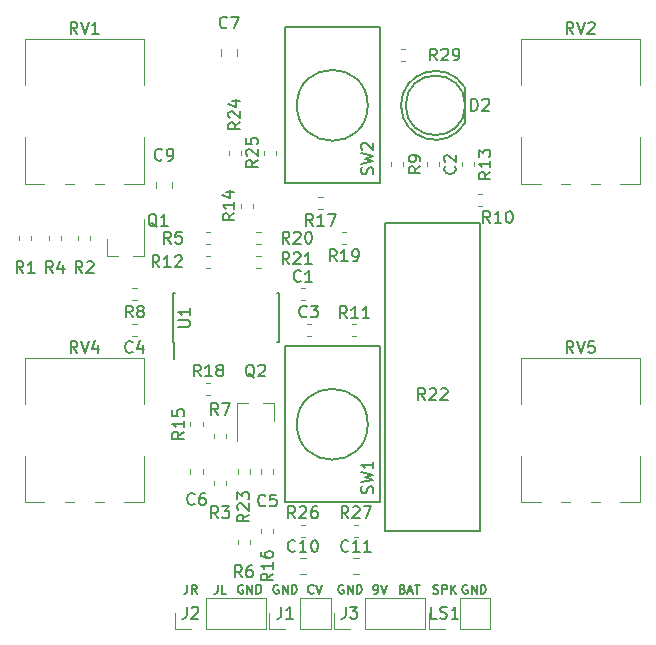
<source format=gbr>
G04 #@! TF.GenerationSoftware,KiCad,Pcbnew,(5.1.2-1)-1*
G04 #@! TF.CreationDate,2019-12-27T23:22:22-07:00*
G04 #@! TF.ProjectId,NuisanceEngine,4e756973-616e-4636-9545-6e67696e652e,rev?*
G04 #@! TF.SameCoordinates,Original*
G04 #@! TF.FileFunction,Legend,Top*
G04 #@! TF.FilePolarity,Positive*
%FSLAX46Y46*%
G04 Gerber Fmt 4.6, Leading zero omitted, Abs format (unit mm)*
G04 Created by KiCad (PCBNEW (5.1.2-1)-1) date 2019-12-27 23:22:22*
%MOMM*%
%LPD*%
G04 APERTURE LIST*
%ADD10C,0.187500*%
%ADD11C,0.120000*%
%ADD12C,0.150000*%
G04 APERTURE END LIST*
D10*
X67732142Y-95589285D02*
X67732142Y-96125000D01*
X67696428Y-96232142D01*
X67625000Y-96303571D01*
X67517857Y-96339285D01*
X67446428Y-96339285D01*
X68517857Y-96339285D02*
X68267857Y-95982142D01*
X68089285Y-96339285D02*
X68089285Y-95589285D01*
X68375000Y-95589285D01*
X68446428Y-95625000D01*
X68482142Y-95660714D01*
X68517857Y-95732142D01*
X68517857Y-95839285D01*
X68482142Y-95910714D01*
X68446428Y-95946428D01*
X68375000Y-95982142D01*
X68089285Y-95982142D01*
X70303571Y-95589285D02*
X70303571Y-96125000D01*
X70267857Y-96232142D01*
X70196428Y-96303571D01*
X70089285Y-96339285D01*
X70017857Y-96339285D01*
X71017857Y-96339285D02*
X70660714Y-96339285D01*
X70660714Y-95589285D01*
X72428571Y-95625000D02*
X72357142Y-95589285D01*
X72250000Y-95589285D01*
X72142857Y-95625000D01*
X72071428Y-95696428D01*
X72035714Y-95767857D01*
X72000000Y-95910714D01*
X72000000Y-96017857D01*
X72035714Y-96160714D01*
X72071428Y-96232142D01*
X72142857Y-96303571D01*
X72250000Y-96339285D01*
X72321428Y-96339285D01*
X72428571Y-96303571D01*
X72464285Y-96267857D01*
X72464285Y-96017857D01*
X72321428Y-96017857D01*
X72785714Y-96339285D02*
X72785714Y-95589285D01*
X73214285Y-96339285D01*
X73214285Y-95589285D01*
X73571428Y-96339285D02*
X73571428Y-95589285D01*
X73750000Y-95589285D01*
X73857142Y-95625000D01*
X73928571Y-95696428D01*
X73964285Y-95767857D01*
X74000000Y-95910714D01*
X74000000Y-96017857D01*
X73964285Y-96160714D01*
X73928571Y-96232142D01*
X73857142Y-96303571D01*
X73750000Y-96339285D01*
X73571428Y-96339285D01*
X75428571Y-95625000D02*
X75357142Y-95589285D01*
X75250000Y-95589285D01*
X75142857Y-95625000D01*
X75071428Y-95696428D01*
X75035714Y-95767857D01*
X75000000Y-95910714D01*
X75000000Y-96017857D01*
X75035714Y-96160714D01*
X75071428Y-96232142D01*
X75142857Y-96303571D01*
X75250000Y-96339285D01*
X75321428Y-96339285D01*
X75428571Y-96303571D01*
X75464285Y-96267857D01*
X75464285Y-96017857D01*
X75321428Y-96017857D01*
X75785714Y-96339285D02*
X75785714Y-95589285D01*
X76214285Y-96339285D01*
X76214285Y-95589285D01*
X76571428Y-96339285D02*
X76571428Y-95589285D01*
X76750000Y-95589285D01*
X76857142Y-95625000D01*
X76928571Y-95696428D01*
X76964285Y-95767857D01*
X77000000Y-95910714D01*
X77000000Y-96017857D01*
X76964285Y-96160714D01*
X76928571Y-96232142D01*
X76857142Y-96303571D01*
X76750000Y-96339285D01*
X76571428Y-96339285D01*
X83535714Y-96339285D02*
X83678571Y-96339285D01*
X83750000Y-96303571D01*
X83785714Y-96267857D01*
X83857142Y-96160714D01*
X83892857Y-96017857D01*
X83892857Y-95732142D01*
X83857142Y-95660714D01*
X83821428Y-95625000D01*
X83750000Y-95589285D01*
X83607142Y-95589285D01*
X83535714Y-95625000D01*
X83500000Y-95660714D01*
X83464285Y-95732142D01*
X83464285Y-95910714D01*
X83500000Y-95982142D01*
X83535714Y-96017857D01*
X83607142Y-96053571D01*
X83750000Y-96053571D01*
X83821428Y-96017857D01*
X83857142Y-95982142D01*
X83892857Y-95910714D01*
X84107142Y-95589285D02*
X84357142Y-96339285D01*
X84607142Y-95589285D01*
X85946428Y-95946428D02*
X86053571Y-95982142D01*
X86089285Y-96017857D01*
X86125000Y-96089285D01*
X86125000Y-96196428D01*
X86089285Y-96267857D01*
X86053571Y-96303571D01*
X85982142Y-96339285D01*
X85696428Y-96339285D01*
X85696428Y-95589285D01*
X85946428Y-95589285D01*
X86017857Y-95625000D01*
X86053571Y-95660714D01*
X86089285Y-95732142D01*
X86089285Y-95803571D01*
X86053571Y-95875000D01*
X86017857Y-95910714D01*
X85946428Y-95946428D01*
X85696428Y-95946428D01*
X86410714Y-96125000D02*
X86767857Y-96125000D01*
X86339285Y-96339285D02*
X86589285Y-95589285D01*
X86839285Y-96339285D01*
X86982142Y-95589285D02*
X87410714Y-95589285D01*
X87196428Y-96339285D02*
X87196428Y-95589285D01*
X78410714Y-96267857D02*
X78375000Y-96303571D01*
X78267857Y-96339285D01*
X78196428Y-96339285D01*
X78089285Y-96303571D01*
X78017857Y-96232142D01*
X77982142Y-96160714D01*
X77946428Y-96017857D01*
X77946428Y-95910714D01*
X77982142Y-95767857D01*
X78017857Y-95696428D01*
X78089285Y-95625000D01*
X78196428Y-95589285D01*
X78267857Y-95589285D01*
X78375000Y-95625000D01*
X78410714Y-95660714D01*
X78625000Y-95589285D02*
X78875000Y-96339285D01*
X79125000Y-95589285D01*
X80928571Y-95625000D02*
X80857142Y-95589285D01*
X80750000Y-95589285D01*
X80642857Y-95625000D01*
X80571428Y-95696428D01*
X80535714Y-95767857D01*
X80500000Y-95910714D01*
X80500000Y-96017857D01*
X80535714Y-96160714D01*
X80571428Y-96232142D01*
X80642857Y-96303571D01*
X80750000Y-96339285D01*
X80821428Y-96339285D01*
X80928571Y-96303571D01*
X80964285Y-96267857D01*
X80964285Y-96017857D01*
X80821428Y-96017857D01*
X81285714Y-96339285D02*
X81285714Y-95589285D01*
X81714285Y-96339285D01*
X81714285Y-95589285D01*
X82071428Y-96339285D02*
X82071428Y-95589285D01*
X82250000Y-95589285D01*
X82357142Y-95625000D01*
X82428571Y-95696428D01*
X82464285Y-95767857D01*
X82500000Y-95910714D01*
X82500000Y-96017857D01*
X82464285Y-96160714D01*
X82428571Y-96232142D01*
X82357142Y-96303571D01*
X82250000Y-96339285D01*
X82071428Y-96339285D01*
X88535714Y-96303571D02*
X88642857Y-96339285D01*
X88821428Y-96339285D01*
X88892857Y-96303571D01*
X88928571Y-96267857D01*
X88964285Y-96196428D01*
X88964285Y-96125000D01*
X88928571Y-96053571D01*
X88892857Y-96017857D01*
X88821428Y-95982142D01*
X88678571Y-95946428D01*
X88607142Y-95910714D01*
X88571428Y-95875000D01*
X88535714Y-95803571D01*
X88535714Y-95732142D01*
X88571428Y-95660714D01*
X88607142Y-95625000D01*
X88678571Y-95589285D01*
X88857142Y-95589285D01*
X88964285Y-95625000D01*
X89285714Y-96339285D02*
X89285714Y-95589285D01*
X89571428Y-95589285D01*
X89642857Y-95625000D01*
X89678571Y-95660714D01*
X89714285Y-95732142D01*
X89714285Y-95839285D01*
X89678571Y-95910714D01*
X89642857Y-95946428D01*
X89571428Y-95982142D01*
X89285714Y-95982142D01*
X90035714Y-96339285D02*
X90035714Y-95589285D01*
X90464285Y-96339285D02*
X90142857Y-95910714D01*
X90464285Y-95589285D02*
X90035714Y-96017857D01*
X91428571Y-95625000D02*
X91357142Y-95589285D01*
X91250000Y-95589285D01*
X91142857Y-95625000D01*
X91071428Y-95696428D01*
X91035714Y-95767857D01*
X91000000Y-95910714D01*
X91000000Y-96017857D01*
X91035714Y-96160714D01*
X91071428Y-96232142D01*
X91142857Y-96303571D01*
X91250000Y-96339285D01*
X91321428Y-96339285D01*
X91428571Y-96303571D01*
X91464285Y-96267857D01*
X91464285Y-96017857D01*
X91321428Y-96017857D01*
X91785714Y-96339285D02*
X91785714Y-95589285D01*
X92214285Y-96339285D01*
X92214285Y-95589285D01*
X92571428Y-96339285D02*
X92571428Y-95589285D01*
X92750000Y-95589285D01*
X92857142Y-95625000D01*
X92928571Y-95696428D01*
X92964285Y-95767857D01*
X93000000Y-95910714D01*
X93000000Y-96017857D01*
X92964285Y-96160714D01*
X92928571Y-96232142D01*
X92857142Y-96303571D01*
X92750000Y-96339285D01*
X92571428Y-96339285D01*
D11*
X53979000Y-49380000D02*
X64020000Y-49380000D01*
X62370000Y-61620000D02*
X64020000Y-61620000D01*
X59871000Y-61620000D02*
X60630000Y-61620000D01*
X57371000Y-61620000D02*
X58130000Y-61620000D01*
X53979000Y-61620000D02*
X55629000Y-61620000D01*
X64020000Y-53316000D02*
X64020000Y-49380000D01*
X64020000Y-61620000D02*
X64020000Y-57683000D01*
X53979000Y-53316000D02*
X53979000Y-49380000D01*
X53979000Y-61620000D02*
X53979000Y-57683000D01*
X53979000Y-76380000D02*
X64020000Y-76380000D01*
X62370000Y-88620000D02*
X64020000Y-88620000D01*
X59871000Y-88620000D02*
X60630000Y-88620000D01*
X57371000Y-88620000D02*
X58130000Y-88620000D01*
X53979000Y-88620000D02*
X55629000Y-88620000D01*
X64020000Y-80316000D02*
X64020000Y-76380000D01*
X64020000Y-88620000D02*
X64020000Y-84683000D01*
X53979000Y-80316000D02*
X53979000Y-76380000D01*
X53979000Y-88620000D02*
X53979000Y-84683000D01*
X95979000Y-76380000D02*
X106020000Y-76380000D01*
X104370000Y-88620000D02*
X106020000Y-88620000D01*
X101871000Y-88620000D02*
X102630000Y-88620000D01*
X99371000Y-88620000D02*
X100130000Y-88620000D01*
X95979000Y-88620000D02*
X97629000Y-88620000D01*
X106020000Y-80316000D02*
X106020000Y-76380000D01*
X106020000Y-88620000D02*
X106020000Y-84683000D01*
X95979000Y-80316000D02*
X95979000Y-76380000D01*
X95979000Y-88620000D02*
X95979000Y-84683000D01*
X95979000Y-49380000D02*
X106020000Y-49380000D01*
X104370000Y-61620000D02*
X106020000Y-61620000D01*
X101871000Y-61620000D02*
X102630000Y-61620000D01*
X99371000Y-61620000D02*
X100130000Y-61620000D01*
X95979000Y-61620000D02*
X97629000Y-61620000D01*
X106020000Y-53316000D02*
X106020000Y-49380000D01*
X106020000Y-61620000D02*
X106020000Y-57683000D01*
X95979000Y-53316000D02*
X95979000Y-49380000D01*
X95979000Y-61620000D02*
X95979000Y-57683000D01*
D12*
X83000000Y-82000000D02*
G75*
G03X83000000Y-82000000I-3000000J0D01*
G01*
X84000000Y-88600000D02*
X84000000Y-75400000D01*
X76000000Y-75400000D02*
X76000000Y-88600000D01*
X80000000Y-75400000D02*
X76000000Y-75400000D01*
X80000000Y-75400000D02*
X84000000Y-75400000D01*
X80000000Y-88600000D02*
X84000000Y-88600000D01*
X80000000Y-88600000D02*
X76000000Y-88600000D01*
X66575000Y-75075000D02*
X66575000Y-76450000D01*
X75450000Y-75075000D02*
X75450000Y-70925000D01*
X66550000Y-75075000D02*
X66550000Y-70925000D01*
X75450000Y-75075000D02*
X75335000Y-75075000D01*
X75450000Y-70925000D02*
X75335000Y-70925000D01*
X66550000Y-70925000D02*
X66665000Y-70925000D01*
X66550000Y-75075000D02*
X66575000Y-75075000D01*
X91214888Y-53475096D02*
G75*
G03X91230000Y-56500000I-2484888J-1524904D01*
G01*
X91230000Y-53500000D02*
X91230000Y-56500000D01*
X91247936Y-55000000D02*
G75*
G03X91247936Y-55000000I-2517936J0D01*
G01*
X84500000Y-65000000D02*
X84500000Y-77000000D01*
X92500000Y-65000000D02*
X84500000Y-65000000D01*
X92500000Y-91000000D02*
X92500000Y-65000000D01*
X84500000Y-91000000D02*
X92500000Y-91000000D01*
X84500000Y-77000000D02*
X84500000Y-91000000D01*
X83000000Y-55000000D02*
G75*
G03X83000000Y-55000000I-3000000J0D01*
G01*
X84000000Y-61600000D02*
X84000000Y-48400000D01*
X76000000Y-48400000D02*
X76000000Y-61600000D01*
X80000000Y-48400000D02*
X76000000Y-48400000D01*
X80000000Y-48400000D02*
X84000000Y-48400000D01*
X80000000Y-61600000D02*
X84000000Y-61600000D01*
X80000000Y-61600000D02*
X76000000Y-61600000D01*
D11*
X74670000Y-99330000D02*
X74670000Y-98000000D01*
X76000000Y-99330000D02*
X74670000Y-99330000D01*
X77270000Y-99330000D02*
X77270000Y-96670000D01*
X77270000Y-96670000D02*
X79870000Y-96670000D01*
X77270000Y-99330000D02*
X79870000Y-99330000D01*
X79870000Y-99330000D02*
X79870000Y-96670000D01*
X66670000Y-99330000D02*
X66670000Y-98000000D01*
X68000000Y-99330000D02*
X66670000Y-99330000D01*
X69270000Y-99330000D02*
X69270000Y-96670000D01*
X69270000Y-96670000D02*
X74410000Y-96670000D01*
X69270000Y-99330000D02*
X74410000Y-99330000D01*
X74410000Y-99330000D02*
X74410000Y-96670000D01*
X87870000Y-99330000D02*
X87870000Y-96670000D01*
X82730000Y-99330000D02*
X87870000Y-99330000D01*
X82730000Y-96670000D02*
X87870000Y-96670000D01*
X82730000Y-99330000D02*
X82730000Y-96670000D01*
X81460000Y-99330000D02*
X80130000Y-99330000D01*
X80130000Y-99330000D02*
X80130000Y-98000000D01*
X93370000Y-99330000D02*
X93370000Y-96670000D01*
X90770000Y-99330000D02*
X93370000Y-99330000D01*
X90770000Y-96670000D02*
X93370000Y-96670000D01*
X90770000Y-99330000D02*
X90770000Y-96670000D01*
X89500000Y-99330000D02*
X88170000Y-99330000D01*
X88170000Y-99330000D02*
X88170000Y-98000000D01*
X77671267Y-71510000D02*
X77328733Y-71510000D01*
X77671267Y-70490000D02*
X77328733Y-70490000D01*
X87990000Y-60171267D02*
X87990000Y-59828733D01*
X89010000Y-60171267D02*
X89010000Y-59828733D01*
X77828733Y-74510000D02*
X78171267Y-74510000D01*
X77828733Y-73490000D02*
X78171267Y-73490000D01*
X63078733Y-74510000D02*
X63421267Y-74510000D01*
X63078733Y-73490000D02*
X63421267Y-73490000D01*
X75010000Y-86171267D02*
X75010000Y-85828733D01*
X73990000Y-86171267D02*
X73990000Y-85828733D01*
X69010000Y-85828733D02*
X69010000Y-86171267D01*
X67990000Y-85828733D02*
X67990000Y-86171267D01*
X70540000Y-50786252D02*
X70540000Y-50263748D01*
X71960000Y-50786252D02*
X71960000Y-50263748D01*
X66460000Y-61488748D02*
X66460000Y-62011252D01*
X65040000Y-61488748D02*
X65040000Y-62011252D01*
X77238748Y-94710000D02*
X77761252Y-94710000D01*
X77238748Y-93290000D02*
X77761252Y-93290000D01*
X81738748Y-93290000D02*
X82261252Y-93290000D01*
X81738748Y-94710000D02*
X82261252Y-94710000D01*
X60920000Y-67760000D02*
X60920000Y-66300000D01*
X64080000Y-67760000D02*
X64080000Y-64600000D01*
X64080000Y-67760000D02*
X63150000Y-67760000D01*
X60920000Y-67760000D02*
X61850000Y-67760000D01*
X75080000Y-80240000D02*
X74150000Y-80240000D01*
X71920000Y-80240000D02*
X72850000Y-80240000D01*
X71920000Y-80240000D02*
X71920000Y-83400000D01*
X75080000Y-80240000D02*
X75080000Y-81700000D01*
X53490000Y-66421267D02*
X53490000Y-66078733D01*
X54510000Y-66421267D02*
X54510000Y-66078733D01*
X59510000Y-66078733D02*
X59510000Y-66421267D01*
X58490000Y-66078733D02*
X58490000Y-66421267D01*
X71010000Y-86828733D02*
X71010000Y-87171267D01*
X69990000Y-86828733D02*
X69990000Y-87171267D01*
X57010000Y-66078733D02*
X57010000Y-66421267D01*
X55990000Y-66078733D02*
X55990000Y-66421267D01*
X69328733Y-65740000D02*
X69671267Y-65740000D01*
X69328733Y-66760000D02*
X69671267Y-66760000D01*
X71990000Y-91828733D02*
X71990000Y-92171267D01*
X73010000Y-91828733D02*
X73010000Y-92171267D01*
X71010000Y-82828733D02*
X71010000Y-83171267D01*
X69990000Y-82828733D02*
X69990000Y-83171267D01*
X63078733Y-70490000D02*
X63421267Y-70490000D01*
X63078733Y-71510000D02*
X63421267Y-71510000D01*
X84990000Y-60171267D02*
X84990000Y-59828733D01*
X86010000Y-60171267D02*
X86010000Y-59828733D01*
X92328733Y-63510000D02*
X92671267Y-63510000D01*
X92328733Y-62490000D02*
X92671267Y-62490000D01*
X81703733Y-74510000D02*
X82046267Y-74510000D01*
X81703733Y-73490000D02*
X82046267Y-73490000D01*
X69328733Y-68760000D02*
X69671267Y-68760000D01*
X69328733Y-67740000D02*
X69671267Y-67740000D01*
X90990000Y-59828733D02*
X90990000Y-60171267D01*
X92010000Y-59828733D02*
X92010000Y-60171267D01*
X73260000Y-63328733D02*
X73260000Y-63671267D01*
X72240000Y-63328733D02*
X72240000Y-63671267D01*
X69010000Y-82171267D02*
X69010000Y-81828733D01*
X67990000Y-82171267D02*
X67990000Y-81828733D01*
X73990000Y-90828733D02*
X73990000Y-91171267D01*
X75010000Y-90828733D02*
X75010000Y-91171267D01*
X78828733Y-63760000D02*
X79171267Y-63760000D01*
X78828733Y-62740000D02*
X79171267Y-62740000D01*
X69671267Y-79510000D02*
X69328733Y-79510000D01*
X69671267Y-78490000D02*
X69328733Y-78490000D01*
X80828733Y-65740000D02*
X81171267Y-65740000D01*
X80828733Y-66760000D02*
X81171267Y-66760000D01*
X73921267Y-66760000D02*
X73578733Y-66760000D01*
X73921267Y-65740000D02*
X73578733Y-65740000D01*
X73578733Y-68760000D02*
X73921267Y-68760000D01*
X73578733Y-67740000D02*
X73921267Y-67740000D01*
X73010000Y-86171267D02*
X73010000Y-85828733D01*
X71990000Y-86171267D02*
X71990000Y-85828733D01*
X71240000Y-58828733D02*
X71240000Y-59171267D01*
X72260000Y-58828733D02*
X72260000Y-59171267D01*
X74240000Y-59171267D02*
X74240000Y-58828733D01*
X75260000Y-59171267D02*
X75260000Y-58828733D01*
X77671267Y-90490000D02*
X77328733Y-90490000D01*
X77671267Y-91510000D02*
X77328733Y-91510000D01*
X81828733Y-91510000D02*
X82171267Y-91510000D01*
X81828733Y-90490000D02*
X82171267Y-90490000D01*
X85828733Y-50240000D02*
X86171267Y-50240000D01*
X85828733Y-51260000D02*
X86171267Y-51260000D01*
D12*
X58404761Y-48952380D02*
X58071428Y-48476190D01*
X57833333Y-48952380D02*
X57833333Y-47952380D01*
X58214285Y-47952380D01*
X58309523Y-48000000D01*
X58357142Y-48047619D01*
X58404761Y-48142857D01*
X58404761Y-48285714D01*
X58357142Y-48380952D01*
X58309523Y-48428571D01*
X58214285Y-48476190D01*
X57833333Y-48476190D01*
X58690476Y-47952380D02*
X59023809Y-48952380D01*
X59357142Y-47952380D01*
X60214285Y-48952380D02*
X59642857Y-48952380D01*
X59928571Y-48952380D02*
X59928571Y-47952380D01*
X59833333Y-48095238D01*
X59738095Y-48190476D01*
X59642857Y-48238095D01*
X58404761Y-75952380D02*
X58071428Y-75476190D01*
X57833333Y-75952380D02*
X57833333Y-74952380D01*
X58214285Y-74952380D01*
X58309523Y-75000000D01*
X58357142Y-75047619D01*
X58404761Y-75142857D01*
X58404761Y-75285714D01*
X58357142Y-75380952D01*
X58309523Y-75428571D01*
X58214285Y-75476190D01*
X57833333Y-75476190D01*
X58690476Y-74952380D02*
X59023809Y-75952380D01*
X59357142Y-74952380D01*
X60119047Y-75285714D02*
X60119047Y-75952380D01*
X59880952Y-74904761D02*
X59642857Y-75619047D01*
X60261904Y-75619047D01*
X100404761Y-75952380D02*
X100071428Y-75476190D01*
X99833333Y-75952380D02*
X99833333Y-74952380D01*
X100214285Y-74952380D01*
X100309523Y-75000000D01*
X100357142Y-75047619D01*
X100404761Y-75142857D01*
X100404761Y-75285714D01*
X100357142Y-75380952D01*
X100309523Y-75428571D01*
X100214285Y-75476190D01*
X99833333Y-75476190D01*
X100690476Y-74952380D02*
X101023809Y-75952380D01*
X101357142Y-74952380D01*
X102166666Y-74952380D02*
X101690476Y-74952380D01*
X101642857Y-75428571D01*
X101690476Y-75380952D01*
X101785714Y-75333333D01*
X102023809Y-75333333D01*
X102119047Y-75380952D01*
X102166666Y-75428571D01*
X102214285Y-75523809D01*
X102214285Y-75761904D01*
X102166666Y-75857142D01*
X102119047Y-75904761D01*
X102023809Y-75952380D01*
X101785714Y-75952380D01*
X101690476Y-75904761D01*
X101642857Y-75857142D01*
X100404761Y-48952380D02*
X100071428Y-48476190D01*
X99833333Y-48952380D02*
X99833333Y-47952380D01*
X100214285Y-47952380D01*
X100309523Y-48000000D01*
X100357142Y-48047619D01*
X100404761Y-48142857D01*
X100404761Y-48285714D01*
X100357142Y-48380952D01*
X100309523Y-48428571D01*
X100214285Y-48476190D01*
X99833333Y-48476190D01*
X100690476Y-47952380D02*
X101023809Y-48952380D01*
X101357142Y-47952380D01*
X101642857Y-48047619D02*
X101690476Y-48000000D01*
X101785714Y-47952380D01*
X102023809Y-47952380D01*
X102119047Y-48000000D01*
X102166666Y-48047619D01*
X102214285Y-48142857D01*
X102214285Y-48238095D01*
X102166666Y-48380952D01*
X101595238Y-48952380D01*
X102214285Y-48952380D01*
X83404761Y-87833333D02*
X83452380Y-87690476D01*
X83452380Y-87452380D01*
X83404761Y-87357142D01*
X83357142Y-87309523D01*
X83261904Y-87261904D01*
X83166666Y-87261904D01*
X83071428Y-87309523D01*
X83023809Y-87357142D01*
X82976190Y-87452380D01*
X82928571Y-87642857D01*
X82880952Y-87738095D01*
X82833333Y-87785714D01*
X82738095Y-87833333D01*
X82642857Y-87833333D01*
X82547619Y-87785714D01*
X82500000Y-87738095D01*
X82452380Y-87642857D01*
X82452380Y-87404761D01*
X82500000Y-87261904D01*
X82452380Y-86928571D02*
X83452380Y-86690476D01*
X82738095Y-86500000D01*
X83452380Y-86309523D01*
X82452380Y-86071428D01*
X83452380Y-85166666D02*
X83452380Y-85738095D01*
X83452380Y-85452380D02*
X82452380Y-85452380D01*
X82595238Y-85547619D01*
X82690476Y-85642857D01*
X82738095Y-85738095D01*
X66952380Y-73761904D02*
X67761904Y-73761904D01*
X67857142Y-73714285D01*
X67904761Y-73666666D01*
X67952380Y-73571428D01*
X67952380Y-73380952D01*
X67904761Y-73285714D01*
X67857142Y-73238095D01*
X67761904Y-73190476D01*
X66952380Y-73190476D01*
X67952380Y-72190476D02*
X67952380Y-72761904D01*
X67952380Y-72476190D02*
X66952380Y-72476190D01*
X67095238Y-72571428D01*
X67190476Y-72666666D01*
X67238095Y-72761904D01*
X91761904Y-55452380D02*
X91761904Y-54452380D01*
X92000000Y-54452380D01*
X92142857Y-54500000D01*
X92238095Y-54595238D01*
X92285714Y-54690476D01*
X92333333Y-54880952D01*
X92333333Y-55023809D01*
X92285714Y-55214285D01*
X92238095Y-55309523D01*
X92142857Y-55404761D01*
X92000000Y-55452380D01*
X91761904Y-55452380D01*
X92714285Y-54547619D02*
X92761904Y-54500000D01*
X92857142Y-54452380D01*
X93095238Y-54452380D01*
X93190476Y-54500000D01*
X93238095Y-54547619D01*
X93285714Y-54642857D01*
X93285714Y-54738095D01*
X93238095Y-54880952D01*
X92666666Y-55452380D01*
X93285714Y-55452380D01*
X87857142Y-79952380D02*
X87523809Y-79476190D01*
X87285714Y-79952380D02*
X87285714Y-78952380D01*
X87666666Y-78952380D01*
X87761904Y-79000000D01*
X87809523Y-79047619D01*
X87857142Y-79142857D01*
X87857142Y-79285714D01*
X87809523Y-79380952D01*
X87761904Y-79428571D01*
X87666666Y-79476190D01*
X87285714Y-79476190D01*
X88238095Y-79047619D02*
X88285714Y-79000000D01*
X88380952Y-78952380D01*
X88619047Y-78952380D01*
X88714285Y-79000000D01*
X88761904Y-79047619D01*
X88809523Y-79142857D01*
X88809523Y-79238095D01*
X88761904Y-79380952D01*
X88190476Y-79952380D01*
X88809523Y-79952380D01*
X89190476Y-79047619D02*
X89238095Y-79000000D01*
X89333333Y-78952380D01*
X89571428Y-78952380D01*
X89666666Y-79000000D01*
X89714285Y-79047619D01*
X89761904Y-79142857D01*
X89761904Y-79238095D01*
X89714285Y-79380952D01*
X89142857Y-79952380D01*
X89761904Y-79952380D01*
X83404761Y-60833333D02*
X83452380Y-60690476D01*
X83452380Y-60452380D01*
X83404761Y-60357142D01*
X83357142Y-60309523D01*
X83261904Y-60261904D01*
X83166666Y-60261904D01*
X83071428Y-60309523D01*
X83023809Y-60357142D01*
X82976190Y-60452380D01*
X82928571Y-60642857D01*
X82880952Y-60738095D01*
X82833333Y-60785714D01*
X82738095Y-60833333D01*
X82642857Y-60833333D01*
X82547619Y-60785714D01*
X82500000Y-60738095D01*
X82452380Y-60642857D01*
X82452380Y-60404761D01*
X82500000Y-60261904D01*
X82452380Y-59928571D02*
X83452380Y-59690476D01*
X82738095Y-59500000D01*
X83452380Y-59309523D01*
X82452380Y-59071428D01*
X82547619Y-58738095D02*
X82500000Y-58690476D01*
X82452380Y-58595238D01*
X82452380Y-58357142D01*
X82500000Y-58261904D01*
X82547619Y-58214285D01*
X82642857Y-58166666D01*
X82738095Y-58166666D01*
X82880952Y-58214285D01*
X83452380Y-58785714D01*
X83452380Y-58166666D01*
X75666666Y-97452380D02*
X75666666Y-98166666D01*
X75619047Y-98309523D01*
X75523809Y-98404761D01*
X75380952Y-98452380D01*
X75285714Y-98452380D01*
X76666666Y-98452380D02*
X76095238Y-98452380D01*
X76380952Y-98452380D02*
X76380952Y-97452380D01*
X76285714Y-97595238D01*
X76190476Y-97690476D01*
X76095238Y-97738095D01*
X67666666Y-97452380D02*
X67666666Y-98166666D01*
X67619047Y-98309523D01*
X67523809Y-98404761D01*
X67380952Y-98452380D01*
X67285714Y-98452380D01*
X68095238Y-97547619D02*
X68142857Y-97500000D01*
X68238095Y-97452380D01*
X68476190Y-97452380D01*
X68571428Y-97500000D01*
X68619047Y-97547619D01*
X68666666Y-97642857D01*
X68666666Y-97738095D01*
X68619047Y-97880952D01*
X68047619Y-98452380D01*
X68666666Y-98452380D01*
X81126666Y-97452380D02*
X81126666Y-98166666D01*
X81079047Y-98309523D01*
X80983809Y-98404761D01*
X80840952Y-98452380D01*
X80745714Y-98452380D01*
X81507619Y-97452380D02*
X82126666Y-97452380D01*
X81793333Y-97833333D01*
X81936190Y-97833333D01*
X82031428Y-97880952D01*
X82079047Y-97928571D01*
X82126666Y-98023809D01*
X82126666Y-98261904D01*
X82079047Y-98357142D01*
X82031428Y-98404761D01*
X81936190Y-98452380D01*
X81650476Y-98452380D01*
X81555238Y-98404761D01*
X81507619Y-98357142D01*
X88857142Y-98452380D02*
X88380952Y-98452380D01*
X88380952Y-97452380D01*
X89142857Y-98404761D02*
X89285714Y-98452380D01*
X89523809Y-98452380D01*
X89619047Y-98404761D01*
X89666666Y-98357142D01*
X89714285Y-98261904D01*
X89714285Y-98166666D01*
X89666666Y-98071428D01*
X89619047Y-98023809D01*
X89523809Y-97976190D01*
X89333333Y-97928571D01*
X89238095Y-97880952D01*
X89190476Y-97833333D01*
X89142857Y-97738095D01*
X89142857Y-97642857D01*
X89190476Y-97547619D01*
X89238095Y-97500000D01*
X89333333Y-97452380D01*
X89571428Y-97452380D01*
X89714285Y-97500000D01*
X90666666Y-98452380D02*
X90095238Y-98452380D01*
X90380952Y-98452380D02*
X90380952Y-97452380D01*
X90285714Y-97595238D01*
X90190476Y-97690476D01*
X90095238Y-97738095D01*
X77333333Y-69857142D02*
X77285714Y-69904761D01*
X77142857Y-69952380D01*
X77047619Y-69952380D01*
X76904761Y-69904761D01*
X76809523Y-69809523D01*
X76761904Y-69714285D01*
X76714285Y-69523809D01*
X76714285Y-69380952D01*
X76761904Y-69190476D01*
X76809523Y-69095238D01*
X76904761Y-69000000D01*
X77047619Y-68952380D01*
X77142857Y-68952380D01*
X77285714Y-69000000D01*
X77333333Y-69047619D01*
X78285714Y-69952380D02*
X77714285Y-69952380D01*
X78000000Y-69952380D02*
X78000000Y-68952380D01*
X77904761Y-69095238D01*
X77809523Y-69190476D01*
X77714285Y-69238095D01*
X90357142Y-60166666D02*
X90404761Y-60214285D01*
X90452380Y-60357142D01*
X90452380Y-60452380D01*
X90404761Y-60595238D01*
X90309523Y-60690476D01*
X90214285Y-60738095D01*
X90023809Y-60785714D01*
X89880952Y-60785714D01*
X89690476Y-60738095D01*
X89595238Y-60690476D01*
X89500000Y-60595238D01*
X89452380Y-60452380D01*
X89452380Y-60357142D01*
X89500000Y-60214285D01*
X89547619Y-60166666D01*
X89547619Y-59785714D02*
X89500000Y-59738095D01*
X89452380Y-59642857D01*
X89452380Y-59404761D01*
X89500000Y-59309523D01*
X89547619Y-59261904D01*
X89642857Y-59214285D01*
X89738095Y-59214285D01*
X89880952Y-59261904D01*
X90452380Y-59833333D01*
X90452380Y-59214285D01*
X77833333Y-72857142D02*
X77785714Y-72904761D01*
X77642857Y-72952380D01*
X77547619Y-72952380D01*
X77404761Y-72904761D01*
X77309523Y-72809523D01*
X77261904Y-72714285D01*
X77214285Y-72523809D01*
X77214285Y-72380952D01*
X77261904Y-72190476D01*
X77309523Y-72095238D01*
X77404761Y-72000000D01*
X77547619Y-71952380D01*
X77642857Y-71952380D01*
X77785714Y-72000000D01*
X77833333Y-72047619D01*
X78166666Y-71952380D02*
X78785714Y-71952380D01*
X78452380Y-72333333D01*
X78595238Y-72333333D01*
X78690476Y-72380952D01*
X78738095Y-72428571D01*
X78785714Y-72523809D01*
X78785714Y-72761904D01*
X78738095Y-72857142D01*
X78690476Y-72904761D01*
X78595238Y-72952380D01*
X78309523Y-72952380D01*
X78214285Y-72904761D01*
X78166666Y-72857142D01*
X63083333Y-75857142D02*
X63035714Y-75904761D01*
X62892857Y-75952380D01*
X62797619Y-75952380D01*
X62654761Y-75904761D01*
X62559523Y-75809523D01*
X62511904Y-75714285D01*
X62464285Y-75523809D01*
X62464285Y-75380952D01*
X62511904Y-75190476D01*
X62559523Y-75095238D01*
X62654761Y-75000000D01*
X62797619Y-74952380D01*
X62892857Y-74952380D01*
X63035714Y-75000000D01*
X63083333Y-75047619D01*
X63940476Y-75285714D02*
X63940476Y-75952380D01*
X63702380Y-74904761D02*
X63464285Y-75619047D01*
X64083333Y-75619047D01*
X74333333Y-88857142D02*
X74285714Y-88904761D01*
X74142857Y-88952380D01*
X74047619Y-88952380D01*
X73904761Y-88904761D01*
X73809523Y-88809523D01*
X73761904Y-88714285D01*
X73714285Y-88523809D01*
X73714285Y-88380952D01*
X73761904Y-88190476D01*
X73809523Y-88095238D01*
X73904761Y-88000000D01*
X74047619Y-87952380D01*
X74142857Y-87952380D01*
X74285714Y-88000000D01*
X74333333Y-88047619D01*
X75238095Y-87952380D02*
X74761904Y-87952380D01*
X74714285Y-88428571D01*
X74761904Y-88380952D01*
X74857142Y-88333333D01*
X75095238Y-88333333D01*
X75190476Y-88380952D01*
X75238095Y-88428571D01*
X75285714Y-88523809D01*
X75285714Y-88761904D01*
X75238095Y-88857142D01*
X75190476Y-88904761D01*
X75095238Y-88952380D01*
X74857142Y-88952380D01*
X74761904Y-88904761D01*
X74714285Y-88857142D01*
X68333333Y-88732142D02*
X68285714Y-88779761D01*
X68142857Y-88827380D01*
X68047619Y-88827380D01*
X67904761Y-88779761D01*
X67809523Y-88684523D01*
X67761904Y-88589285D01*
X67714285Y-88398809D01*
X67714285Y-88255952D01*
X67761904Y-88065476D01*
X67809523Y-87970238D01*
X67904761Y-87875000D01*
X68047619Y-87827380D01*
X68142857Y-87827380D01*
X68285714Y-87875000D01*
X68333333Y-87922619D01*
X69190476Y-87827380D02*
X69000000Y-87827380D01*
X68904761Y-87875000D01*
X68857142Y-87922619D01*
X68761904Y-88065476D01*
X68714285Y-88255952D01*
X68714285Y-88636904D01*
X68761904Y-88732142D01*
X68809523Y-88779761D01*
X68904761Y-88827380D01*
X69095238Y-88827380D01*
X69190476Y-88779761D01*
X69238095Y-88732142D01*
X69285714Y-88636904D01*
X69285714Y-88398809D01*
X69238095Y-88303571D01*
X69190476Y-88255952D01*
X69095238Y-88208333D01*
X68904761Y-88208333D01*
X68809523Y-88255952D01*
X68761904Y-88303571D01*
X68714285Y-88398809D01*
X71083333Y-48382142D02*
X71035714Y-48429761D01*
X70892857Y-48477380D01*
X70797619Y-48477380D01*
X70654761Y-48429761D01*
X70559523Y-48334523D01*
X70511904Y-48239285D01*
X70464285Y-48048809D01*
X70464285Y-47905952D01*
X70511904Y-47715476D01*
X70559523Y-47620238D01*
X70654761Y-47525000D01*
X70797619Y-47477380D01*
X70892857Y-47477380D01*
X71035714Y-47525000D01*
X71083333Y-47572619D01*
X71416666Y-47477380D02*
X72083333Y-47477380D01*
X71654761Y-48477380D01*
X65583333Y-59582142D02*
X65535714Y-59629761D01*
X65392857Y-59677380D01*
X65297619Y-59677380D01*
X65154761Y-59629761D01*
X65059523Y-59534523D01*
X65011904Y-59439285D01*
X64964285Y-59248809D01*
X64964285Y-59105952D01*
X65011904Y-58915476D01*
X65059523Y-58820238D01*
X65154761Y-58725000D01*
X65297619Y-58677380D01*
X65392857Y-58677380D01*
X65535714Y-58725000D01*
X65583333Y-58772619D01*
X66059523Y-59677380D02*
X66250000Y-59677380D01*
X66345238Y-59629761D01*
X66392857Y-59582142D01*
X66488095Y-59439285D01*
X66535714Y-59248809D01*
X66535714Y-58867857D01*
X66488095Y-58772619D01*
X66440476Y-58725000D01*
X66345238Y-58677380D01*
X66154761Y-58677380D01*
X66059523Y-58725000D01*
X66011904Y-58772619D01*
X65964285Y-58867857D01*
X65964285Y-59105952D01*
X66011904Y-59201190D01*
X66059523Y-59248809D01*
X66154761Y-59296428D01*
X66345238Y-59296428D01*
X66440476Y-59248809D01*
X66488095Y-59201190D01*
X66535714Y-59105952D01*
X76857142Y-92707142D02*
X76809523Y-92754761D01*
X76666666Y-92802380D01*
X76571428Y-92802380D01*
X76428571Y-92754761D01*
X76333333Y-92659523D01*
X76285714Y-92564285D01*
X76238095Y-92373809D01*
X76238095Y-92230952D01*
X76285714Y-92040476D01*
X76333333Y-91945238D01*
X76428571Y-91850000D01*
X76571428Y-91802380D01*
X76666666Y-91802380D01*
X76809523Y-91850000D01*
X76857142Y-91897619D01*
X77809523Y-92802380D02*
X77238095Y-92802380D01*
X77523809Y-92802380D02*
X77523809Y-91802380D01*
X77428571Y-91945238D01*
X77333333Y-92040476D01*
X77238095Y-92088095D01*
X78428571Y-91802380D02*
X78523809Y-91802380D01*
X78619047Y-91850000D01*
X78666666Y-91897619D01*
X78714285Y-91992857D01*
X78761904Y-92183333D01*
X78761904Y-92421428D01*
X78714285Y-92611904D01*
X78666666Y-92707142D01*
X78619047Y-92754761D01*
X78523809Y-92802380D01*
X78428571Y-92802380D01*
X78333333Y-92754761D01*
X78285714Y-92707142D01*
X78238095Y-92611904D01*
X78190476Y-92421428D01*
X78190476Y-92183333D01*
X78238095Y-91992857D01*
X78285714Y-91897619D01*
X78333333Y-91850000D01*
X78428571Y-91802380D01*
X81357142Y-92707142D02*
X81309523Y-92754761D01*
X81166666Y-92802380D01*
X81071428Y-92802380D01*
X80928571Y-92754761D01*
X80833333Y-92659523D01*
X80785714Y-92564285D01*
X80738095Y-92373809D01*
X80738095Y-92230952D01*
X80785714Y-92040476D01*
X80833333Y-91945238D01*
X80928571Y-91850000D01*
X81071428Y-91802380D01*
X81166666Y-91802380D01*
X81309523Y-91850000D01*
X81357142Y-91897619D01*
X82309523Y-92802380D02*
X81738095Y-92802380D01*
X82023809Y-92802380D02*
X82023809Y-91802380D01*
X81928571Y-91945238D01*
X81833333Y-92040476D01*
X81738095Y-92088095D01*
X83261904Y-92802380D02*
X82690476Y-92802380D01*
X82976190Y-92802380D02*
X82976190Y-91802380D01*
X82880952Y-91945238D01*
X82785714Y-92040476D01*
X82690476Y-92088095D01*
X65154761Y-65297619D02*
X65059523Y-65250000D01*
X64964285Y-65154761D01*
X64821428Y-65011904D01*
X64726190Y-64964285D01*
X64630952Y-64964285D01*
X64678571Y-65202380D02*
X64583333Y-65154761D01*
X64488095Y-65059523D01*
X64440476Y-64869047D01*
X64440476Y-64535714D01*
X64488095Y-64345238D01*
X64583333Y-64250000D01*
X64678571Y-64202380D01*
X64869047Y-64202380D01*
X64964285Y-64250000D01*
X65059523Y-64345238D01*
X65107142Y-64535714D01*
X65107142Y-64869047D01*
X65059523Y-65059523D01*
X64964285Y-65154761D01*
X64869047Y-65202380D01*
X64678571Y-65202380D01*
X66059523Y-65202380D02*
X65488095Y-65202380D01*
X65773809Y-65202380D02*
X65773809Y-64202380D01*
X65678571Y-64345238D01*
X65583333Y-64440476D01*
X65488095Y-64488095D01*
X73404761Y-78047619D02*
X73309523Y-78000000D01*
X73214285Y-77904761D01*
X73071428Y-77761904D01*
X72976190Y-77714285D01*
X72880952Y-77714285D01*
X72928571Y-77952380D02*
X72833333Y-77904761D01*
X72738095Y-77809523D01*
X72690476Y-77619047D01*
X72690476Y-77285714D01*
X72738095Y-77095238D01*
X72833333Y-77000000D01*
X72928571Y-76952380D01*
X73119047Y-76952380D01*
X73214285Y-77000000D01*
X73309523Y-77095238D01*
X73357142Y-77285714D01*
X73357142Y-77619047D01*
X73309523Y-77809523D01*
X73214285Y-77904761D01*
X73119047Y-77952380D01*
X72928571Y-77952380D01*
X73738095Y-77047619D02*
X73785714Y-77000000D01*
X73880952Y-76952380D01*
X74119047Y-76952380D01*
X74214285Y-77000000D01*
X74261904Y-77047619D01*
X74309523Y-77142857D01*
X74309523Y-77238095D01*
X74261904Y-77380952D01*
X73690476Y-77952380D01*
X74309523Y-77952380D01*
X53833333Y-69202380D02*
X53500000Y-68726190D01*
X53261904Y-69202380D02*
X53261904Y-68202380D01*
X53642857Y-68202380D01*
X53738095Y-68250000D01*
X53785714Y-68297619D01*
X53833333Y-68392857D01*
X53833333Y-68535714D01*
X53785714Y-68630952D01*
X53738095Y-68678571D01*
X53642857Y-68726190D01*
X53261904Y-68726190D01*
X54785714Y-69202380D02*
X54214285Y-69202380D01*
X54500000Y-69202380D02*
X54500000Y-68202380D01*
X54404761Y-68345238D01*
X54309523Y-68440476D01*
X54214285Y-68488095D01*
X58833333Y-69202380D02*
X58500000Y-68726190D01*
X58261904Y-69202380D02*
X58261904Y-68202380D01*
X58642857Y-68202380D01*
X58738095Y-68250000D01*
X58785714Y-68297619D01*
X58833333Y-68392857D01*
X58833333Y-68535714D01*
X58785714Y-68630952D01*
X58738095Y-68678571D01*
X58642857Y-68726190D01*
X58261904Y-68726190D01*
X59214285Y-68297619D02*
X59261904Y-68250000D01*
X59357142Y-68202380D01*
X59595238Y-68202380D01*
X59690476Y-68250000D01*
X59738095Y-68297619D01*
X59785714Y-68392857D01*
X59785714Y-68488095D01*
X59738095Y-68630952D01*
X59166666Y-69202380D01*
X59785714Y-69202380D01*
X70333333Y-89952380D02*
X70000000Y-89476190D01*
X69761904Y-89952380D02*
X69761904Y-88952380D01*
X70142857Y-88952380D01*
X70238095Y-89000000D01*
X70285714Y-89047619D01*
X70333333Y-89142857D01*
X70333333Y-89285714D01*
X70285714Y-89380952D01*
X70238095Y-89428571D01*
X70142857Y-89476190D01*
X69761904Y-89476190D01*
X70666666Y-88952380D02*
X71285714Y-88952380D01*
X70952380Y-89333333D01*
X71095238Y-89333333D01*
X71190476Y-89380952D01*
X71238095Y-89428571D01*
X71285714Y-89523809D01*
X71285714Y-89761904D01*
X71238095Y-89857142D01*
X71190476Y-89904761D01*
X71095238Y-89952380D01*
X70809523Y-89952380D01*
X70714285Y-89904761D01*
X70666666Y-89857142D01*
X56333333Y-69202380D02*
X56000000Y-68726190D01*
X55761904Y-69202380D02*
X55761904Y-68202380D01*
X56142857Y-68202380D01*
X56238095Y-68250000D01*
X56285714Y-68297619D01*
X56333333Y-68392857D01*
X56333333Y-68535714D01*
X56285714Y-68630952D01*
X56238095Y-68678571D01*
X56142857Y-68726190D01*
X55761904Y-68726190D01*
X57190476Y-68535714D02*
X57190476Y-69202380D01*
X56952380Y-68154761D02*
X56714285Y-68869047D01*
X57333333Y-68869047D01*
X66333333Y-66702380D02*
X66000000Y-66226190D01*
X65761904Y-66702380D02*
X65761904Y-65702380D01*
X66142857Y-65702380D01*
X66238095Y-65750000D01*
X66285714Y-65797619D01*
X66333333Y-65892857D01*
X66333333Y-66035714D01*
X66285714Y-66130952D01*
X66238095Y-66178571D01*
X66142857Y-66226190D01*
X65761904Y-66226190D01*
X67238095Y-65702380D02*
X66761904Y-65702380D01*
X66714285Y-66178571D01*
X66761904Y-66130952D01*
X66857142Y-66083333D01*
X67095238Y-66083333D01*
X67190476Y-66130952D01*
X67238095Y-66178571D01*
X67285714Y-66273809D01*
X67285714Y-66511904D01*
X67238095Y-66607142D01*
X67190476Y-66654761D01*
X67095238Y-66702380D01*
X66857142Y-66702380D01*
X66761904Y-66654761D01*
X66714285Y-66607142D01*
X72333333Y-94952380D02*
X72000000Y-94476190D01*
X71761904Y-94952380D02*
X71761904Y-93952380D01*
X72142857Y-93952380D01*
X72238095Y-94000000D01*
X72285714Y-94047619D01*
X72333333Y-94142857D01*
X72333333Y-94285714D01*
X72285714Y-94380952D01*
X72238095Y-94428571D01*
X72142857Y-94476190D01*
X71761904Y-94476190D01*
X73190476Y-93952380D02*
X73000000Y-93952380D01*
X72904761Y-94000000D01*
X72857142Y-94047619D01*
X72761904Y-94190476D01*
X72714285Y-94380952D01*
X72714285Y-94761904D01*
X72761904Y-94857142D01*
X72809523Y-94904761D01*
X72904761Y-94952380D01*
X73095238Y-94952380D01*
X73190476Y-94904761D01*
X73238095Y-94857142D01*
X73285714Y-94761904D01*
X73285714Y-94523809D01*
X73238095Y-94428571D01*
X73190476Y-94380952D01*
X73095238Y-94333333D01*
X72904761Y-94333333D01*
X72809523Y-94380952D01*
X72761904Y-94428571D01*
X72714285Y-94523809D01*
X70333333Y-81202380D02*
X70000000Y-80726190D01*
X69761904Y-81202380D02*
X69761904Y-80202380D01*
X70142857Y-80202380D01*
X70238095Y-80250000D01*
X70285714Y-80297619D01*
X70333333Y-80392857D01*
X70333333Y-80535714D01*
X70285714Y-80630952D01*
X70238095Y-80678571D01*
X70142857Y-80726190D01*
X69761904Y-80726190D01*
X70666666Y-80202380D02*
X71333333Y-80202380D01*
X70904761Y-81202380D01*
X63083333Y-72952380D02*
X62750000Y-72476190D01*
X62511904Y-72952380D02*
X62511904Y-71952380D01*
X62892857Y-71952380D01*
X62988095Y-72000000D01*
X63035714Y-72047619D01*
X63083333Y-72142857D01*
X63083333Y-72285714D01*
X63035714Y-72380952D01*
X62988095Y-72428571D01*
X62892857Y-72476190D01*
X62511904Y-72476190D01*
X63654761Y-72380952D02*
X63559523Y-72333333D01*
X63511904Y-72285714D01*
X63464285Y-72190476D01*
X63464285Y-72142857D01*
X63511904Y-72047619D01*
X63559523Y-72000000D01*
X63654761Y-71952380D01*
X63845238Y-71952380D01*
X63940476Y-72000000D01*
X63988095Y-72047619D01*
X64035714Y-72142857D01*
X64035714Y-72190476D01*
X63988095Y-72285714D01*
X63940476Y-72333333D01*
X63845238Y-72380952D01*
X63654761Y-72380952D01*
X63559523Y-72428571D01*
X63511904Y-72476190D01*
X63464285Y-72571428D01*
X63464285Y-72761904D01*
X63511904Y-72857142D01*
X63559523Y-72904761D01*
X63654761Y-72952380D01*
X63845238Y-72952380D01*
X63940476Y-72904761D01*
X63988095Y-72857142D01*
X64035714Y-72761904D01*
X64035714Y-72571428D01*
X63988095Y-72476190D01*
X63940476Y-72428571D01*
X63845238Y-72380952D01*
X87452380Y-60166666D02*
X86976190Y-60500000D01*
X87452380Y-60738095D02*
X86452380Y-60738095D01*
X86452380Y-60357142D01*
X86500000Y-60261904D01*
X86547619Y-60214285D01*
X86642857Y-60166666D01*
X86785714Y-60166666D01*
X86880952Y-60214285D01*
X86928571Y-60261904D01*
X86976190Y-60357142D01*
X86976190Y-60738095D01*
X87452380Y-59690476D02*
X87452380Y-59500000D01*
X87404761Y-59404761D01*
X87357142Y-59357142D01*
X87214285Y-59261904D01*
X87023809Y-59214285D01*
X86642857Y-59214285D01*
X86547619Y-59261904D01*
X86500000Y-59309523D01*
X86452380Y-59404761D01*
X86452380Y-59595238D01*
X86500000Y-59690476D01*
X86547619Y-59738095D01*
X86642857Y-59785714D01*
X86880952Y-59785714D01*
X86976190Y-59738095D01*
X87023809Y-59690476D01*
X87071428Y-59595238D01*
X87071428Y-59404761D01*
X87023809Y-59309523D01*
X86976190Y-59261904D01*
X86880952Y-59214285D01*
X93357142Y-64952380D02*
X93023809Y-64476190D01*
X92785714Y-64952380D02*
X92785714Y-63952380D01*
X93166666Y-63952380D01*
X93261904Y-64000000D01*
X93309523Y-64047619D01*
X93357142Y-64142857D01*
X93357142Y-64285714D01*
X93309523Y-64380952D01*
X93261904Y-64428571D01*
X93166666Y-64476190D01*
X92785714Y-64476190D01*
X94309523Y-64952380D02*
X93738095Y-64952380D01*
X94023809Y-64952380D02*
X94023809Y-63952380D01*
X93928571Y-64095238D01*
X93833333Y-64190476D01*
X93738095Y-64238095D01*
X94928571Y-63952380D02*
X95023809Y-63952380D01*
X95119047Y-64000000D01*
X95166666Y-64047619D01*
X95214285Y-64142857D01*
X95261904Y-64333333D01*
X95261904Y-64571428D01*
X95214285Y-64761904D01*
X95166666Y-64857142D01*
X95119047Y-64904761D01*
X95023809Y-64952380D01*
X94928571Y-64952380D01*
X94833333Y-64904761D01*
X94785714Y-64857142D01*
X94738095Y-64761904D01*
X94690476Y-64571428D01*
X94690476Y-64333333D01*
X94738095Y-64142857D01*
X94785714Y-64047619D01*
X94833333Y-64000000D01*
X94928571Y-63952380D01*
X81232142Y-73022380D02*
X80898809Y-72546190D01*
X80660714Y-73022380D02*
X80660714Y-72022380D01*
X81041666Y-72022380D01*
X81136904Y-72070000D01*
X81184523Y-72117619D01*
X81232142Y-72212857D01*
X81232142Y-72355714D01*
X81184523Y-72450952D01*
X81136904Y-72498571D01*
X81041666Y-72546190D01*
X80660714Y-72546190D01*
X82184523Y-73022380D02*
X81613095Y-73022380D01*
X81898809Y-73022380D02*
X81898809Y-72022380D01*
X81803571Y-72165238D01*
X81708333Y-72260476D01*
X81613095Y-72308095D01*
X83136904Y-73022380D02*
X82565476Y-73022380D01*
X82851190Y-73022380D02*
X82851190Y-72022380D01*
X82755952Y-72165238D01*
X82660714Y-72260476D01*
X82565476Y-72308095D01*
X65357142Y-68702380D02*
X65023809Y-68226190D01*
X64785714Y-68702380D02*
X64785714Y-67702380D01*
X65166666Y-67702380D01*
X65261904Y-67750000D01*
X65309523Y-67797619D01*
X65357142Y-67892857D01*
X65357142Y-68035714D01*
X65309523Y-68130952D01*
X65261904Y-68178571D01*
X65166666Y-68226190D01*
X64785714Y-68226190D01*
X66309523Y-68702380D02*
X65738095Y-68702380D01*
X66023809Y-68702380D02*
X66023809Y-67702380D01*
X65928571Y-67845238D01*
X65833333Y-67940476D01*
X65738095Y-67988095D01*
X66690476Y-67797619D02*
X66738095Y-67750000D01*
X66833333Y-67702380D01*
X67071428Y-67702380D01*
X67166666Y-67750000D01*
X67214285Y-67797619D01*
X67261904Y-67892857D01*
X67261904Y-67988095D01*
X67214285Y-68130952D01*
X66642857Y-68702380D01*
X67261904Y-68702380D01*
X93382380Y-60642857D02*
X92906190Y-60976190D01*
X93382380Y-61214285D02*
X92382380Y-61214285D01*
X92382380Y-60833333D01*
X92430000Y-60738095D01*
X92477619Y-60690476D01*
X92572857Y-60642857D01*
X92715714Y-60642857D01*
X92810952Y-60690476D01*
X92858571Y-60738095D01*
X92906190Y-60833333D01*
X92906190Y-61214285D01*
X93382380Y-59690476D02*
X93382380Y-60261904D01*
X93382380Y-59976190D02*
X92382380Y-59976190D01*
X92525238Y-60071428D01*
X92620476Y-60166666D01*
X92668095Y-60261904D01*
X92382380Y-59357142D02*
X92382380Y-58738095D01*
X92763333Y-59071428D01*
X92763333Y-58928571D01*
X92810952Y-58833333D01*
X92858571Y-58785714D01*
X92953809Y-58738095D01*
X93191904Y-58738095D01*
X93287142Y-58785714D01*
X93334761Y-58833333D01*
X93382380Y-58928571D01*
X93382380Y-59214285D01*
X93334761Y-59309523D01*
X93287142Y-59357142D01*
X71702380Y-64142857D02*
X71226190Y-64476190D01*
X71702380Y-64714285D02*
X70702380Y-64714285D01*
X70702380Y-64333333D01*
X70750000Y-64238095D01*
X70797619Y-64190476D01*
X70892857Y-64142857D01*
X71035714Y-64142857D01*
X71130952Y-64190476D01*
X71178571Y-64238095D01*
X71226190Y-64333333D01*
X71226190Y-64714285D01*
X71702380Y-63190476D02*
X71702380Y-63761904D01*
X71702380Y-63476190D02*
X70702380Y-63476190D01*
X70845238Y-63571428D01*
X70940476Y-63666666D01*
X70988095Y-63761904D01*
X71035714Y-62333333D02*
X71702380Y-62333333D01*
X70654761Y-62571428D02*
X71369047Y-62809523D01*
X71369047Y-62190476D01*
X67452380Y-82642857D02*
X66976190Y-82976190D01*
X67452380Y-83214285D02*
X66452380Y-83214285D01*
X66452380Y-82833333D01*
X66500000Y-82738095D01*
X66547619Y-82690476D01*
X66642857Y-82642857D01*
X66785714Y-82642857D01*
X66880952Y-82690476D01*
X66928571Y-82738095D01*
X66976190Y-82833333D01*
X66976190Y-83214285D01*
X67452380Y-81690476D02*
X67452380Y-82261904D01*
X67452380Y-81976190D02*
X66452380Y-81976190D01*
X66595238Y-82071428D01*
X66690476Y-82166666D01*
X66738095Y-82261904D01*
X66452380Y-80785714D02*
X66452380Y-81261904D01*
X66928571Y-81309523D01*
X66880952Y-81261904D01*
X66833333Y-81166666D01*
X66833333Y-80928571D01*
X66880952Y-80833333D01*
X66928571Y-80785714D01*
X67023809Y-80738095D01*
X67261904Y-80738095D01*
X67357142Y-80785714D01*
X67404761Y-80833333D01*
X67452380Y-80928571D01*
X67452380Y-81166666D01*
X67404761Y-81261904D01*
X67357142Y-81309523D01*
X74952380Y-94642857D02*
X74476190Y-94976190D01*
X74952380Y-95214285D02*
X73952380Y-95214285D01*
X73952380Y-94833333D01*
X74000000Y-94738095D01*
X74047619Y-94690476D01*
X74142857Y-94642857D01*
X74285714Y-94642857D01*
X74380952Y-94690476D01*
X74428571Y-94738095D01*
X74476190Y-94833333D01*
X74476190Y-95214285D01*
X74952380Y-93690476D02*
X74952380Y-94261904D01*
X74952380Y-93976190D02*
X73952380Y-93976190D01*
X74095238Y-94071428D01*
X74190476Y-94166666D01*
X74238095Y-94261904D01*
X73952380Y-92833333D02*
X73952380Y-93023809D01*
X74000000Y-93119047D01*
X74047619Y-93166666D01*
X74190476Y-93261904D01*
X74380952Y-93309523D01*
X74761904Y-93309523D01*
X74857142Y-93261904D01*
X74904761Y-93214285D01*
X74952380Y-93119047D01*
X74952380Y-92928571D01*
X74904761Y-92833333D01*
X74857142Y-92785714D01*
X74761904Y-92738095D01*
X74523809Y-92738095D01*
X74428571Y-92785714D01*
X74380952Y-92833333D01*
X74333333Y-92928571D01*
X74333333Y-93119047D01*
X74380952Y-93214285D01*
X74428571Y-93261904D01*
X74523809Y-93309523D01*
X78357142Y-65202380D02*
X78023809Y-64726190D01*
X77785714Y-65202380D02*
X77785714Y-64202380D01*
X78166666Y-64202380D01*
X78261904Y-64250000D01*
X78309523Y-64297619D01*
X78357142Y-64392857D01*
X78357142Y-64535714D01*
X78309523Y-64630952D01*
X78261904Y-64678571D01*
X78166666Y-64726190D01*
X77785714Y-64726190D01*
X79309523Y-65202380D02*
X78738095Y-65202380D01*
X79023809Y-65202380D02*
X79023809Y-64202380D01*
X78928571Y-64345238D01*
X78833333Y-64440476D01*
X78738095Y-64488095D01*
X79642857Y-64202380D02*
X80309523Y-64202380D01*
X79880952Y-65202380D01*
X68857142Y-77952380D02*
X68523809Y-77476190D01*
X68285714Y-77952380D02*
X68285714Y-76952380D01*
X68666666Y-76952380D01*
X68761904Y-77000000D01*
X68809523Y-77047619D01*
X68857142Y-77142857D01*
X68857142Y-77285714D01*
X68809523Y-77380952D01*
X68761904Y-77428571D01*
X68666666Y-77476190D01*
X68285714Y-77476190D01*
X69809523Y-77952380D02*
X69238095Y-77952380D01*
X69523809Y-77952380D02*
X69523809Y-76952380D01*
X69428571Y-77095238D01*
X69333333Y-77190476D01*
X69238095Y-77238095D01*
X70380952Y-77380952D02*
X70285714Y-77333333D01*
X70238095Y-77285714D01*
X70190476Y-77190476D01*
X70190476Y-77142857D01*
X70238095Y-77047619D01*
X70285714Y-77000000D01*
X70380952Y-76952380D01*
X70571428Y-76952380D01*
X70666666Y-77000000D01*
X70714285Y-77047619D01*
X70761904Y-77142857D01*
X70761904Y-77190476D01*
X70714285Y-77285714D01*
X70666666Y-77333333D01*
X70571428Y-77380952D01*
X70380952Y-77380952D01*
X70285714Y-77428571D01*
X70238095Y-77476190D01*
X70190476Y-77571428D01*
X70190476Y-77761904D01*
X70238095Y-77857142D01*
X70285714Y-77904761D01*
X70380952Y-77952380D01*
X70571428Y-77952380D01*
X70666666Y-77904761D01*
X70714285Y-77857142D01*
X70761904Y-77761904D01*
X70761904Y-77571428D01*
X70714285Y-77476190D01*
X70666666Y-77428571D01*
X70571428Y-77380952D01*
X80357142Y-68202380D02*
X80023809Y-67726190D01*
X79785714Y-68202380D02*
X79785714Y-67202380D01*
X80166666Y-67202380D01*
X80261904Y-67250000D01*
X80309523Y-67297619D01*
X80357142Y-67392857D01*
X80357142Y-67535714D01*
X80309523Y-67630952D01*
X80261904Y-67678571D01*
X80166666Y-67726190D01*
X79785714Y-67726190D01*
X81309523Y-68202380D02*
X80738095Y-68202380D01*
X81023809Y-68202380D02*
X81023809Y-67202380D01*
X80928571Y-67345238D01*
X80833333Y-67440476D01*
X80738095Y-67488095D01*
X81785714Y-68202380D02*
X81976190Y-68202380D01*
X82071428Y-68154761D01*
X82119047Y-68107142D01*
X82214285Y-67964285D01*
X82261904Y-67773809D01*
X82261904Y-67392857D01*
X82214285Y-67297619D01*
X82166666Y-67250000D01*
X82071428Y-67202380D01*
X81880952Y-67202380D01*
X81785714Y-67250000D01*
X81738095Y-67297619D01*
X81690476Y-67392857D01*
X81690476Y-67630952D01*
X81738095Y-67726190D01*
X81785714Y-67773809D01*
X81880952Y-67821428D01*
X82071428Y-67821428D01*
X82166666Y-67773809D01*
X82214285Y-67726190D01*
X82261904Y-67630952D01*
X76357142Y-66702380D02*
X76023809Y-66226190D01*
X75785714Y-66702380D02*
X75785714Y-65702380D01*
X76166666Y-65702380D01*
X76261904Y-65750000D01*
X76309523Y-65797619D01*
X76357142Y-65892857D01*
X76357142Y-66035714D01*
X76309523Y-66130952D01*
X76261904Y-66178571D01*
X76166666Y-66226190D01*
X75785714Y-66226190D01*
X76738095Y-65797619D02*
X76785714Y-65750000D01*
X76880952Y-65702380D01*
X77119047Y-65702380D01*
X77214285Y-65750000D01*
X77261904Y-65797619D01*
X77309523Y-65892857D01*
X77309523Y-65988095D01*
X77261904Y-66130952D01*
X76690476Y-66702380D01*
X77309523Y-66702380D01*
X77928571Y-65702380D02*
X78023809Y-65702380D01*
X78119047Y-65750000D01*
X78166666Y-65797619D01*
X78214285Y-65892857D01*
X78261904Y-66083333D01*
X78261904Y-66321428D01*
X78214285Y-66511904D01*
X78166666Y-66607142D01*
X78119047Y-66654761D01*
X78023809Y-66702380D01*
X77928571Y-66702380D01*
X77833333Y-66654761D01*
X77785714Y-66607142D01*
X77738095Y-66511904D01*
X77690476Y-66321428D01*
X77690476Y-66083333D01*
X77738095Y-65892857D01*
X77785714Y-65797619D01*
X77833333Y-65750000D01*
X77928571Y-65702380D01*
X76357142Y-68452380D02*
X76023809Y-67976190D01*
X75785714Y-68452380D02*
X75785714Y-67452380D01*
X76166666Y-67452380D01*
X76261904Y-67500000D01*
X76309523Y-67547619D01*
X76357142Y-67642857D01*
X76357142Y-67785714D01*
X76309523Y-67880952D01*
X76261904Y-67928571D01*
X76166666Y-67976190D01*
X75785714Y-67976190D01*
X76738095Y-67547619D02*
X76785714Y-67500000D01*
X76880952Y-67452380D01*
X77119047Y-67452380D01*
X77214285Y-67500000D01*
X77261904Y-67547619D01*
X77309523Y-67642857D01*
X77309523Y-67738095D01*
X77261904Y-67880952D01*
X76690476Y-68452380D01*
X77309523Y-68452380D01*
X78261904Y-68452380D02*
X77690476Y-68452380D01*
X77976190Y-68452380D02*
X77976190Y-67452380D01*
X77880952Y-67595238D01*
X77785714Y-67690476D01*
X77690476Y-67738095D01*
X72952380Y-89642857D02*
X72476190Y-89976190D01*
X72952380Y-90214285D02*
X71952380Y-90214285D01*
X71952380Y-89833333D01*
X72000000Y-89738095D01*
X72047619Y-89690476D01*
X72142857Y-89642857D01*
X72285714Y-89642857D01*
X72380952Y-89690476D01*
X72428571Y-89738095D01*
X72476190Y-89833333D01*
X72476190Y-90214285D01*
X72047619Y-89261904D02*
X72000000Y-89214285D01*
X71952380Y-89119047D01*
X71952380Y-88880952D01*
X72000000Y-88785714D01*
X72047619Y-88738095D01*
X72142857Y-88690476D01*
X72238095Y-88690476D01*
X72380952Y-88738095D01*
X72952380Y-89309523D01*
X72952380Y-88690476D01*
X71952380Y-88357142D02*
X71952380Y-87738095D01*
X72333333Y-88071428D01*
X72333333Y-87928571D01*
X72380952Y-87833333D01*
X72428571Y-87785714D01*
X72523809Y-87738095D01*
X72761904Y-87738095D01*
X72857142Y-87785714D01*
X72904761Y-87833333D01*
X72952380Y-87928571D01*
X72952380Y-88214285D01*
X72904761Y-88309523D01*
X72857142Y-88357142D01*
X72202380Y-56442857D02*
X71726190Y-56776190D01*
X72202380Y-57014285D02*
X71202380Y-57014285D01*
X71202380Y-56633333D01*
X71250000Y-56538095D01*
X71297619Y-56490476D01*
X71392857Y-56442857D01*
X71535714Y-56442857D01*
X71630952Y-56490476D01*
X71678571Y-56538095D01*
X71726190Y-56633333D01*
X71726190Y-57014285D01*
X71297619Y-56061904D02*
X71250000Y-56014285D01*
X71202380Y-55919047D01*
X71202380Y-55680952D01*
X71250000Y-55585714D01*
X71297619Y-55538095D01*
X71392857Y-55490476D01*
X71488095Y-55490476D01*
X71630952Y-55538095D01*
X72202380Y-56109523D01*
X72202380Y-55490476D01*
X71535714Y-54633333D02*
X72202380Y-54633333D01*
X71154761Y-54871428D02*
X71869047Y-55109523D01*
X71869047Y-54490476D01*
X73702380Y-59642857D02*
X73226190Y-59976190D01*
X73702380Y-60214285D02*
X72702380Y-60214285D01*
X72702380Y-59833333D01*
X72750000Y-59738095D01*
X72797619Y-59690476D01*
X72892857Y-59642857D01*
X73035714Y-59642857D01*
X73130952Y-59690476D01*
X73178571Y-59738095D01*
X73226190Y-59833333D01*
X73226190Y-60214285D01*
X72797619Y-59261904D02*
X72750000Y-59214285D01*
X72702380Y-59119047D01*
X72702380Y-58880952D01*
X72750000Y-58785714D01*
X72797619Y-58738095D01*
X72892857Y-58690476D01*
X72988095Y-58690476D01*
X73130952Y-58738095D01*
X73702380Y-59309523D01*
X73702380Y-58690476D01*
X72702380Y-57785714D02*
X72702380Y-58261904D01*
X73178571Y-58309523D01*
X73130952Y-58261904D01*
X73083333Y-58166666D01*
X73083333Y-57928571D01*
X73130952Y-57833333D01*
X73178571Y-57785714D01*
X73273809Y-57738095D01*
X73511904Y-57738095D01*
X73607142Y-57785714D01*
X73654761Y-57833333D01*
X73702380Y-57928571D01*
X73702380Y-58166666D01*
X73654761Y-58261904D01*
X73607142Y-58309523D01*
X76857142Y-89952380D02*
X76523809Y-89476190D01*
X76285714Y-89952380D02*
X76285714Y-88952380D01*
X76666666Y-88952380D01*
X76761904Y-89000000D01*
X76809523Y-89047619D01*
X76857142Y-89142857D01*
X76857142Y-89285714D01*
X76809523Y-89380952D01*
X76761904Y-89428571D01*
X76666666Y-89476190D01*
X76285714Y-89476190D01*
X77238095Y-89047619D02*
X77285714Y-89000000D01*
X77380952Y-88952380D01*
X77619047Y-88952380D01*
X77714285Y-89000000D01*
X77761904Y-89047619D01*
X77809523Y-89142857D01*
X77809523Y-89238095D01*
X77761904Y-89380952D01*
X77190476Y-89952380D01*
X77809523Y-89952380D01*
X78666666Y-88952380D02*
X78476190Y-88952380D01*
X78380952Y-89000000D01*
X78333333Y-89047619D01*
X78238095Y-89190476D01*
X78190476Y-89380952D01*
X78190476Y-89761904D01*
X78238095Y-89857142D01*
X78285714Y-89904761D01*
X78380952Y-89952380D01*
X78571428Y-89952380D01*
X78666666Y-89904761D01*
X78714285Y-89857142D01*
X78761904Y-89761904D01*
X78761904Y-89523809D01*
X78714285Y-89428571D01*
X78666666Y-89380952D01*
X78571428Y-89333333D01*
X78380952Y-89333333D01*
X78285714Y-89380952D01*
X78238095Y-89428571D01*
X78190476Y-89523809D01*
X81357142Y-89952380D02*
X81023809Y-89476190D01*
X80785714Y-89952380D02*
X80785714Y-88952380D01*
X81166666Y-88952380D01*
X81261904Y-89000000D01*
X81309523Y-89047619D01*
X81357142Y-89142857D01*
X81357142Y-89285714D01*
X81309523Y-89380952D01*
X81261904Y-89428571D01*
X81166666Y-89476190D01*
X80785714Y-89476190D01*
X81738095Y-89047619D02*
X81785714Y-89000000D01*
X81880952Y-88952380D01*
X82119047Y-88952380D01*
X82214285Y-89000000D01*
X82261904Y-89047619D01*
X82309523Y-89142857D01*
X82309523Y-89238095D01*
X82261904Y-89380952D01*
X81690476Y-89952380D01*
X82309523Y-89952380D01*
X82642857Y-88952380D02*
X83309523Y-88952380D01*
X82880952Y-89952380D01*
X88857142Y-51202380D02*
X88523809Y-50726190D01*
X88285714Y-51202380D02*
X88285714Y-50202380D01*
X88666666Y-50202380D01*
X88761904Y-50250000D01*
X88809523Y-50297619D01*
X88857142Y-50392857D01*
X88857142Y-50535714D01*
X88809523Y-50630952D01*
X88761904Y-50678571D01*
X88666666Y-50726190D01*
X88285714Y-50726190D01*
X89238095Y-50297619D02*
X89285714Y-50250000D01*
X89380952Y-50202380D01*
X89619047Y-50202380D01*
X89714285Y-50250000D01*
X89761904Y-50297619D01*
X89809523Y-50392857D01*
X89809523Y-50488095D01*
X89761904Y-50630952D01*
X89190476Y-51202380D01*
X89809523Y-51202380D01*
X90285714Y-51202380D02*
X90476190Y-51202380D01*
X90571428Y-51154761D01*
X90619047Y-51107142D01*
X90714285Y-50964285D01*
X90761904Y-50773809D01*
X90761904Y-50392857D01*
X90714285Y-50297619D01*
X90666666Y-50250000D01*
X90571428Y-50202380D01*
X90380952Y-50202380D01*
X90285714Y-50250000D01*
X90238095Y-50297619D01*
X90190476Y-50392857D01*
X90190476Y-50630952D01*
X90238095Y-50726190D01*
X90285714Y-50773809D01*
X90380952Y-50821428D01*
X90571428Y-50821428D01*
X90666666Y-50773809D01*
X90714285Y-50726190D01*
X90761904Y-50630952D01*
M02*

</source>
